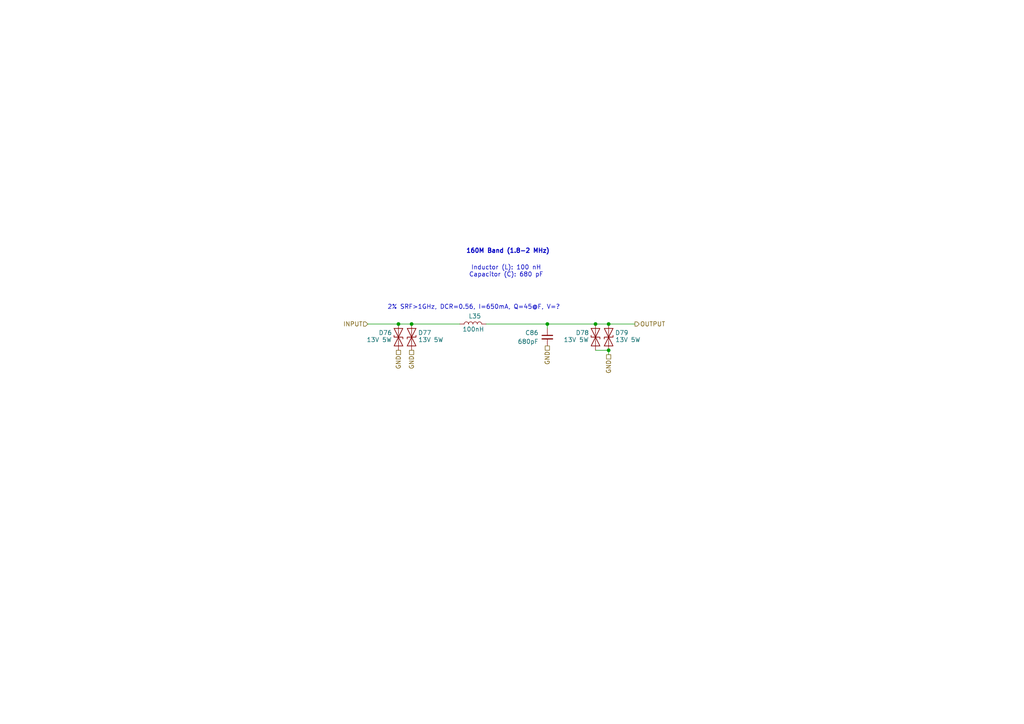
<source format=kicad_sch>
(kicad_sch (version 20231120) (generator "eeschema") (generator_version "8.0")
  (paper "A4")
  (lib_symbols
    (symbol "Device:C_Small" (pin_numbers hide) (pin_names (offset 0.254) hide)
      (property "Reference" "C" (at 0.254 1.778 0))
      (property "Value" "C_Small" (at 0.254 -2.032 0))
      (symbol "C_Small_0_1"
        (polyline (pts (xy -1.524 -0.508) (xy 1.524 -0.508)) (stroke (width 0.3302)))
        (polyline (pts (xy -1.524 0.508) (xy 1.524 0.508)) (stroke (width 0.3048)))
      )
      (symbol "C_Small_1_1"
        (pin passive line (at 0 2.54 270) (length 2.032) (name "~") (number "1"))
        (pin passive line (at 0 -2.54 90) (length 2.032) (name "~") (number "2"))
      )
    )
    (symbol "Device:L" (pin_numbers hide) (pin_names (offset 1.016) hide)
      (property "Reference" "L" (at -1.27 0 90))
      (property "Value" "L" (at 1.905 0 90))
      (symbol "L_0_1"
        (arc (start 0 -2.54) (mid 0.6323 -1.905) (end 0 -1.27))
        (arc (start 0 -1.27) (mid 0.6323 -0.635) (end 0 0))
        (arc (start 0 0) (mid 0.6323 0.635) (end 0 1.27))
        (arc (start 0 1.27) (mid 0.6323 1.905) (end 0 2.54))
      )
      (symbol "L_1_1"
        (pin passive line (at 0 3.81 270) (length 1.27) (name "1") (number "1"))
        (pin passive line (at 0 -3.81 90) (length 1.27) (name "2") (number "2"))
      )
    )
    (symbol "Diode:SD15_SOD323" (pin_numbers hide) (pin_names (offset 1.016) hide)
      (property "Reference" "D" (at 0 2.54 0))
      (property "Value" "SD15_SOD323" (at 0 -2.54 0))
      (symbol "SD15_SOD323_0_1"
        (polyline (pts (xy 1.27 0) (xy -1.27 0)))
        (polyline (pts (xy -2.54 -1.27) (xy 0 0) (xy -2.54 1.27) (xy -2.54 -1.27)) (stroke (width 0.2032)))
        (polyline (pts (xy 0.508 1.27) (xy 0 1.27) (xy 0 -1.27) (xy -0.508 -1.27)) (stroke (width 0.2032)))
        (polyline (pts (xy 2.54 1.27) (xy 2.54 -1.27) (xy 0 0) (xy 2.54 1.27)) (stroke (width 0.2032)))
      )
      (symbol "SD15_SOD323_1_1"
        (pin passive line (at -3.81 0 0) (length 2.54) (name "A1") (number "1"))
        (pin passive line (at 3.81 0 180) (length 2.54) (name "A2") (number "2"))
      )
    )
  )
  (junction (at 172.72 93.98))
  (junction (at 176.53 101.6))
  (junction (at 176.53 93.98))
  (junction (at 115.57 93.98))
  (junction (at 119.38 93.98))
  (junction (at 158.75 93.98))
  (wire (pts (xy 106.68 93.98) (xy 115.57 93.98)))
  (wire (pts (xy 119.38 93.98) (xy 133.35 93.98)))
  (wire (pts (xy 176.53 101.6) (xy 176.53 102.87)))
  (wire (pts (xy 158.75 93.98) (xy 172.72 93.98)))
  (wire (pts (xy 172.72 93.98) (xy 176.53 93.98)))
  (wire (pts (xy 115.57 93.98) (xy 119.38 93.98)))
  (wire (pts (xy 158.75 93.98) (xy 158.75 95.25)))
  (wire (pts (xy 140.97 93.98) (xy 158.75 93.98)))
  (wire (pts (xy 172.72 101.6) (xy 176.53 101.6)))
  (wire (pts (xy 176.53 93.98) (xy 184.15 93.98)))
  (text "160M Band (1.8-2 MHz)" (at 147.32 72.898 0) (effects (font (size 1.27 1.27) (thickness 0.254) (bold yes))))
  (text "2% SRF>1GHz, DCR=0.56, I=650mA, Q=45@F, V=?" (at 137.414 89.154 0) (effects (font (size 1.27 1.27))))
  (text "Inductor (L): 100 nH\nCapacitor (C): 680 pF" (at 146.812 78.74 0) (effects (font (size 1.27 1.27))))
  (hierarchical_label "GND" (shape passive) (at 158.75 100.33 270))
  (hierarchical_label "GND" (shape passive) (at 115.57 101.6 270))
  (hierarchical_label "GND" (shape passive) (at 176.53 102.87 270))
  (hierarchical_label "GND" (shape passive) (at 119.38 101.6 270))
  (hierarchical_label "INPUT" (shape input) (at 106.68 93.98 180))
  (hierarchical_label "OUTPUT" (shape output) (at 184.15 93.98 0))
  (symbol (lib_id "Diode:SD15_SOD323") (at 172.72 97.79 90) (unit 1)
    (property "Reference" "D78" (at 168.91 96.52 90))
    (property "Value" "13V 5W" (at 167.132 98.552 90))
    (property "Footprint" "Diode_SMD:D_0603_1608Metric" (effects (hide yes)))
    (property "Datasheet" "https://wmsc.lcsc.com/wmsc/upload/file/pdf/v2/lcsc/1912111437_DOWO-SMB5350B_C284082.pdf" (effects (hide yes)))
    (property "Description" "Independent Type 5W 13V SMB(DO-214AA) Zener Diodes ROHS" (effects (hide yes)))
    (property "LCSC Part #" "C284082" (effects (hide yes)))
    (property "MPN" "SMB5350B" (effects (hide yes)))
    (property "Manufacturer" "DOWO" (effects (hide yes)))
  )
  (symbol (lib_id "Diode:SD15_SOD323") (at 115.57 97.79 90) (unit 1)
    (property "Reference" "D76" (at 111.76 96.52 90))
    (property "Value" "13V 5W" (at 109.982 98.552 90))
    (property "Footprint" "Diode_SMD:D_0603_1608Metric" (effects (hide yes)))
    (property "Datasheet" "https://wmsc.lcsc.com/wmsc/upload/file/pdf/v2/lcsc/1912111437_DOWO-SMB5350B_C284082.pdf" (effects (hide yes)))
    (property "Description" "Independent Type 5W 13V SMB(DO-214AA) Zener Diodes ROHS" (effects (hide yes)))
    (property "LCSC Part #" "C284082" (effects (hide yes)))
    (property "MPN" "SMB5350B" (effects (hide yes)))
    (property "Manufacturer" "DOWO" (effects (hide yes)))
  )
  (symbol (lib_id "Diode:SD15_SOD323") (at 176.53 97.79 270) (mirror x) (unit 1)
    (property "Reference" "D79" (at 180.34 96.52 90))
    (property "Value" "13V 5W" (at 182.118 98.552 90))
    (property "Footprint" "Diode_SMD:D_0603_1608Metric" (effects (hide yes)))
    (property "Datasheet" "https://wmsc.lcsc.com/wmsc/upload/file/pdf/v2/lcsc/1912111437_DOWO-SMB5350B_C284082.pdf" (effects (hide yes)))
    (property "Description" "Independent Type 5W 13V SMB(DO-214AA) Zener Diodes ROHS" (effects (hide yes)))
    (property "LCSC Part #" "C284082" (effects (hide yes)))
    (property "MPN" "SMB5350B" (effects (hide yes)))
    (property "Manufacturer" "DOWO" (effects (hide yes)))
  )
  (symbol (lib_id "Device:L") (at 137.16 93.98 90) (unit 1)
    (property "Reference" "L35" (at 135.89 91.694 90) (effects (justify right)))
    (property "Value" "100nH" (at 134.112 95.504 90) (effects (justify right)))
    (property "Footprint" "Inductor_SMD:L_1008_2520Metric" (effects (hide yes)))
    (property "Datasheet" "https://wmsc.lcsc.com/wmsc/upload/file/pdf/v2/lcsc/2304140030_PSA-Prosperity-Dielectrics-FEC1008CP-R10G-LRH_C346437.pdf" (effects (hide yes)))
    (property "Description" "650mA 100nH ±2% 560mΩ 1008 Inductors (SMD) ROHS" (effects (hide yes)))
    (property "Notes" "For 2M band, 144-148MHz." (effects (hide yes)))
    (property "LCSC Part #" "C346437" (effects (hide yes)))
    (property "MPN" "FEC1008CP-R10G-LRH" (effects (hide yes)))
    (property "Manufacturer" "Prosperity" (effects (hide yes)))
  )
  (symbol (lib_id "Device:C_Small") (at 158.75 97.79 0) (mirror y) (unit 1)
    (property "Reference" "C86" (at 156.21 96.5262 0) (effects (justify left)))
    (property "Value" "680pF" (at 156.21 99.0662 0) (effects (justify left)))
    (property "Footprint" "Capacitor_SMD:C_1206_3216Metric" (effects (hide yes)))
    (property "Datasheet" "https://wmsc.lcsc.com/wmsc/upload/file/pdf/v2/lcsc/2304140030_CCTC-TCC1206COG681J500DT_C282803.pdf" (effects (hide yes)))
    (property "Description" "50V 680pF C0G ±5% 1206 Multilayer Ceramic Capacitors MLCC - SMD/SMT ROHS" (effects (hide yes)))
    (property "LCSC Part #" "C282803" (effects (hide yes)))
    (property "MPN" "TCC1206COG681J500DT" (effects (hide yes)))
    (property "Manufacturer" "CCTC" (effects (hide yes)))
  )
  (symbol (lib_id "Diode:SD15_SOD323") (at 119.38 97.79 270) (mirror x) (unit 1)
    (property "Reference" "D77" (at 123.19 96.52 90))
    (property "Value" "13V 5W" (at 124.968 98.552 90))
    (property "Footprint" "Diode_SMD:D_0603_1608Metric" (effects (hide yes)))
    (property "Datasheet" "https://wmsc.lcsc.com/wmsc/upload/file/pdf/v2/lcsc/1912111437_DOWO-SMB5350B_C284082.pdf" (effects (hide yes)))
    (property "Description" "Independent Type 5W 13V SMB(DO-214AA) Zener Diodes ROHS" (effects (hide yes)))
    (property "LCSC Part #" "C284082" (effects (hide yes)))
    (property "MPN" "SMB5350B" (effects (hide yes)))
    (property "Manufacturer" "DOWO" (effects (hide yes)))
  )
)
</source>
